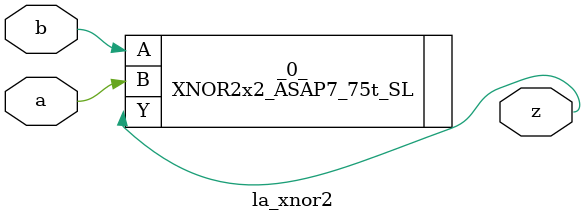
<source format=v>

/* Generated by Yosys 0.37 (git sha1 a5c7f69ed, clang 14.0.0-1ubuntu1.1 -fPIC -Os) */

module la_xnor2(a, b, z);
  input a;
  wire a;
  input b;
  wire b;
  output z;
  wire z;
  XNOR2x2_ASAP7_75t_SL _0_ (
    .A(b),
    .B(a),
    .Y(z)
  );
endmodule

</source>
